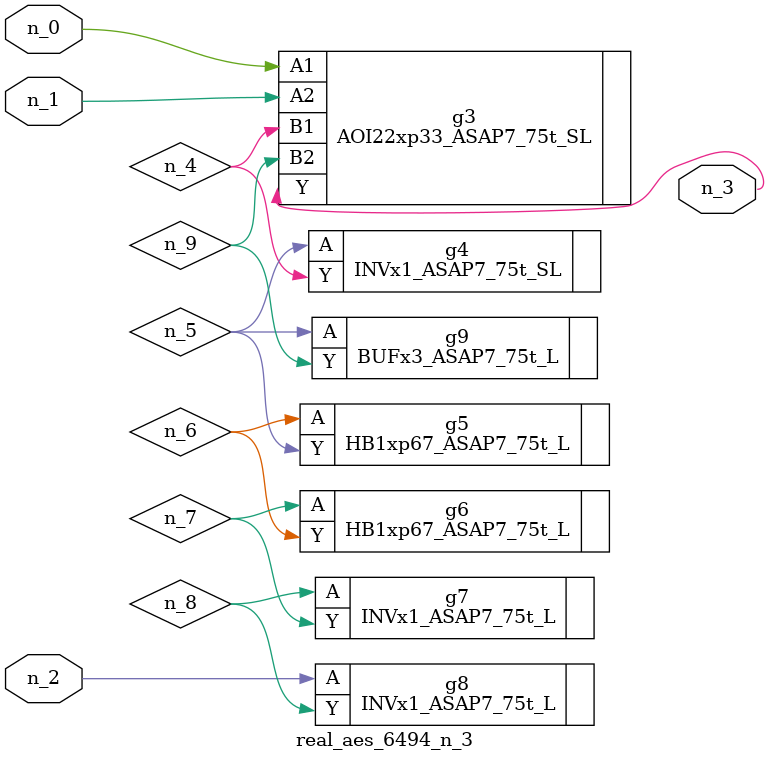
<source format=v>
module real_aes_6494_n_3 (n_0, n_2, n_1, n_3);
input n_0;
input n_2;
input n_1;
output n_3;
wire n_4;
wire n_5;
wire n_7;
wire n_9;
wire n_6;
wire n_8;
AOI22xp33_ASAP7_75t_SL g3 ( .A1(n_0), .A2(n_1), .B1(n_4), .B2(n_9), .Y(n_3) );
INVx1_ASAP7_75t_L g8 ( .A(n_2), .Y(n_8) );
INVx1_ASAP7_75t_SL g4 ( .A(n_5), .Y(n_4) );
BUFx3_ASAP7_75t_L g9 ( .A(n_5), .Y(n_9) );
HB1xp67_ASAP7_75t_L g5 ( .A(n_6), .Y(n_5) );
HB1xp67_ASAP7_75t_L g6 ( .A(n_7), .Y(n_6) );
INVx1_ASAP7_75t_L g7 ( .A(n_8), .Y(n_7) );
endmodule
</source>
